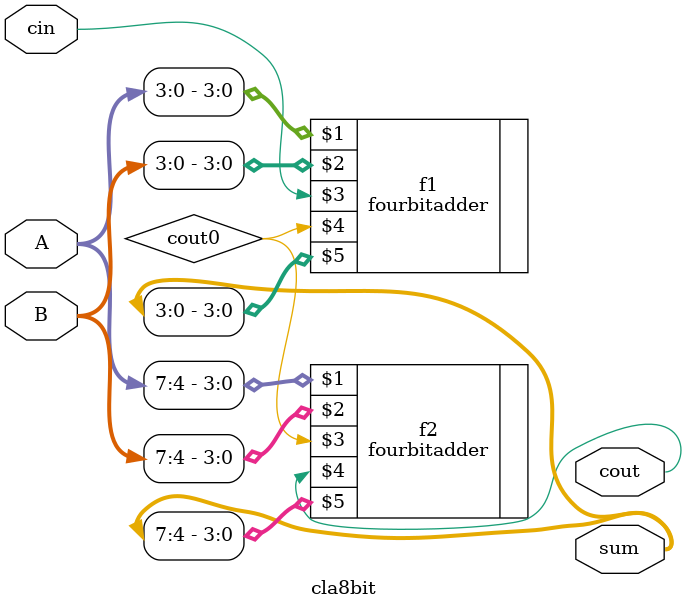
<source format=v>
`timescale 1ns / 1ps


module cla8bit(input [7:0] A, input [7:0] B, input cin, output cout, output [7:0] sum);
    wire cout0;
    fourbitadder f1(A[3:0], B[3:0], cin, cout0, sum[3:0]);
    fourbitadder f2(A[7:4], B[7:4], cout0, cout, sum[7:4]);
endmodule

</source>
